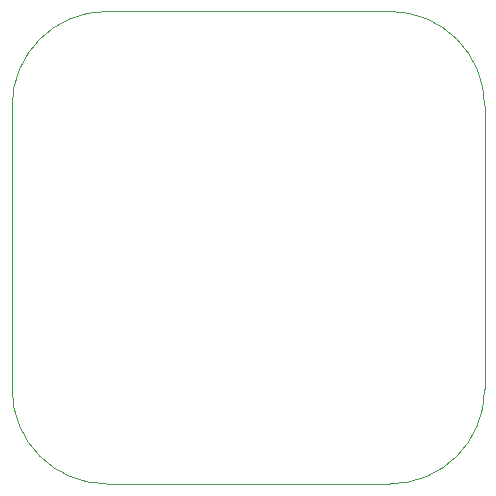
<source format=gbr>
%TF.GenerationSoftware,KiCad,Pcbnew,(6.0.2-0)*%
%TF.CreationDate,2022-02-18T14:13:15+00:00*%
%TF.ProjectId,PN532,504e3533-322e-46b6-9963-61645f706362,7*%
%TF.SameCoordinates,Original*%
%TF.FileFunction,Profile,NP*%
%FSLAX46Y46*%
G04 Gerber Fmt 4.6, Leading zero omitted, Abs format (unit mm)*
G04 Created by KiCad (PCBNEW (6.0.2-0)) date 2022-02-18 14:13:15*
%MOMM*%
%LPD*%
G01*
G04 APERTURE LIST*
%TA.AperFunction,Profile*%
%ADD10C,0.050000*%
%TD*%
G04 APERTURE END LIST*
D10*
X88000000Y-80000000D02*
X112000000Y-80000000D01*
X80000000Y-112000000D02*
X80000000Y-88000000D01*
X120000000Y-88000000D02*
G75*
G03*
X112000000Y-80000000I-8000001J-1D01*
G01*
X80000000Y-112000000D02*
G75*
G03*
X88000000Y-120000000I8000001J1D01*
G01*
X88000000Y-80000000D02*
G75*
G03*
X80000000Y-88000000I1J-8000001D01*
G01*
X120000000Y-88000000D02*
X120000000Y-112000000D01*
X112000000Y-120000000D02*
X88000000Y-120000000D01*
X112000000Y-120000000D02*
G75*
G03*
X120000000Y-112000000I-1J8000001D01*
G01*
M02*

</source>
